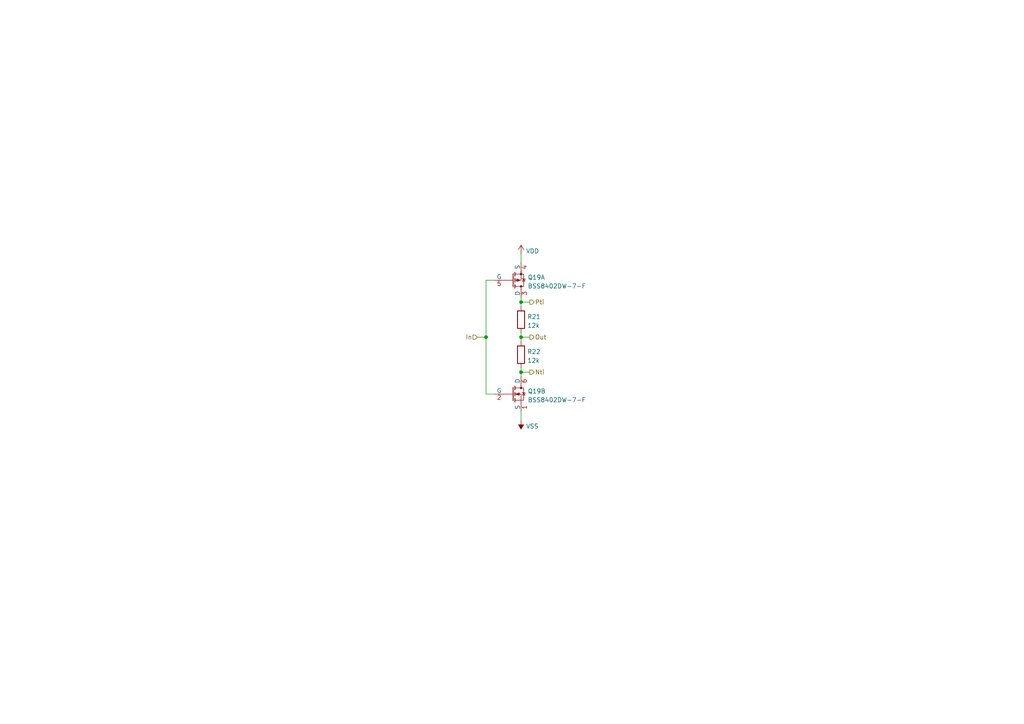
<source format=kicad_sch>
(kicad_sch (version 20250114) (generator "eeschema") (generator_version "9.0")
  (paper "A4")
  (title_block (title "Balanced Ternary Inverter Gate") (date "2022-08-04") (rev "0"))
  (lib_symbols
    (symbol "Device:R" (pin_numbers (hide yes)) (pin_names (offset 0))
      (property "Reference" "R" (at 2.032 0 90))
      (property "Value" "R" (at 0 0 90))
      (symbol "R_0_1"
        (rectangle (start -1.016 -2.54) (end 1.016 2.54) (stroke (width 0.254)))
      )
      (symbol "R_1_1"
        (pin passive line (at 0 3.81 270) (length 1.27) (name "~") (number "1"))
        (pin passive line (at 0 -3.81 90) (length 1.27) (name "~") (number "2"))
      )
    )
    (symbol "Tritium:BSS8402DW-7-F" (pin_names (offset 0))
      (property "Reference" "Q" (at 2.54 1.27 0))
      (property "Value" "BSS8402DW-7-F" (at 2.54 -1.27 0))
      (symbol "BSS8402DW-7-F_0_1"
        (polyline (pts (xy -2.286 0) (xy -5.08 0)))
        (polyline (pts (xy -2.286 -1.905) (xy -2.286 1.905)) (stroke (width 0.254)))
        (polyline (pts (xy -1.778 1.27) (xy -1.778 2.286)) (stroke (width 0.254)))
        (polyline (pts (xy -1.778 -0.508) (xy -1.778 0.508)) (stroke (width 0.254)))
        (polyline (pts (xy -1.778 -1.778) (xy 0.762 -1.778) (xy 0.762 1.778) (xy -1.778 1.778)))
        (polyline (pts (xy -1.778 -2.286) (xy -1.778 -1.27)) (stroke (width 0.254)))
        (polyline (pts (xy 0 2.54) (xy 0 1.778)))
        (circle (center 0 1.778) (radius 0.254) (fill (type outline)))
        (polyline (pts (xy 0.254 0.508) (xy 0.381 0.381) (xy 1.143 0.381) (xy 1.27 0.254)))
        (polyline (pts (xy 0.762 0.381) (xy 0.381 -0.254) (xy 1.143 -0.254) (xy 0.762 0.381)))
      )
      (symbol "BSS8402DW-7-F_1_1"
        (polyline (pts (xy -0.254 0) (xy -1.27 -0.381) (xy -1.27 0.381) (xy -0.254 0)) (fill (type outline)))
        (polyline (pts (xy 0 2.54) (xy 0 0) (xy -1.778 0)))
        (circle (center 0 -1.778) (radius 0.254) (fill (type outline)))
        (polyline (pts (xy 0 -2.54) (xy 0 -1.778)))
        (pin input line (at -7.62 0 0) (length 2.54) (name "G") (number "5"))
        (pin passive line (at 0 5.08 270) (length 2.54) (name "S") (number "4"))
        (pin passive line (at 0 -5.08 90) (length 2.54) (name "D") (number "3"))
      )
      (symbol "BSS8402DW-7-F_2_1"
        (polyline (pts (xy -1.524 0) (xy -0.508 0.381) (xy -0.508 -0.381) (xy -1.524 0)) (fill (type outline)))
        (polyline (pts (xy 0 -2.54) (xy 0 0) (xy -1.778 0)))
        (pin input line (at -7.62 0 0) (length 2.54) (name "G") (number "2"))
        (pin passive line (at 0 5.08 270) (length 2.54) (name "D") (number "6"))
        (pin passive line (at 0 -5.08 90) (length 2.54) (name "S") (number "1"))
      )
    )
    (symbol "power:VDD" (power) (pin_names (offset 0))
      (property "Value" "VDD" (at 0 3.81 0))
      (symbol "VDD_0_1"
        (polyline (pts (xy -0.762 1.27) (xy 0 2.54)))
        (polyline (pts (xy 0 2.54) (xy 0.762 1.27)))
        (polyline (pts (xy 0 0) (xy 0 2.54)))
      )
      (symbol "VDD_1_1"
        (pin power_in line (at 0 0 90) (length 0) (hide yes) (name "VDD") (number "1"))
      )
    )
    (symbol "power:VSS" (power) (pin_names (offset 0))
      (property "Value" "VSS" (at 0 3.81 0))
      (symbol "VSS_0_1"
        (polyline (pts (xy 0 0) (xy 0 2.54)))
        (polyline (pts (xy 0.762 1.27) (xy -0.762 1.27) (xy 0 2.54) (xy 0.762 1.27)) (fill (type outline)))
      )
      (symbol "VSS_1_1"
        (pin power_in line (at 0 0 90) (length 0) (hide yes) (name "VSS") (number "1"))
      )
    )
  )
  (junction (at 151.13 97.79))
  (junction (at 151.13 107.95))
  (junction (at 151.13 87.63))
  (junction (at 140.97 97.79))
  (wire (pts (xy 151.13 97.79) (xy 153.67 97.79)))
  (wire (pts (xy 140.97 81.28) (xy 140.97 97.79)))
  (wire (pts (xy 151.13 87.63) (xy 153.67 87.63)))
  (wire (pts (xy 140.97 97.79) (xy 140.97 114.3)))
  (wire (pts (xy 138.43 97.79) (xy 140.97 97.79)))
  (wire (pts (xy 151.13 107.95) (xy 151.13 109.22)))
  (wire (pts (xy 151.13 73.66) (xy 151.13 76.2)))
  (wire (pts (xy 151.13 96.52) (xy 151.13 97.79)))
  (wire (pts (xy 151.13 107.95) (xy 153.67 107.95)))
  (wire (pts (xy 151.13 97.79) (xy 151.13 99.06)))
  (wire (pts (xy 143.51 81.28) (xy 140.97 81.28)))
  (wire (pts (xy 151.13 119.38) (xy 151.13 121.92)))
  (wire (pts (xy 151.13 87.63) (xy 151.13 88.9)))
  (wire (pts (xy 140.97 114.3) (xy 143.51 114.3)))
  (wire (pts (xy 151.13 86.36) (xy 151.13 87.63)))
  (wire (pts (xy 151.13 106.68) (xy 151.13 107.95)))
  (hierarchical_label "Pti" (shape output) (at 153.67 87.63 0))
  (hierarchical_label "Nti" (shape output) (at 153.67 107.95 0))
  (hierarchical_label "Out" (shape output) (at 153.67 97.79 0))
  (hierarchical_label "In" (shape input) (at 138.43 97.79 180))
  (symbol (lib_id "power:VDD") (at 151.13 73.66 0) (unit 1)
    (property "Reference" "#PWR021" (effects (hide yes)))
    (property "Value" "VDD" (at 152.527 72.8238 0) (effects (justify left)))
    (instances (project "" (path "" (reference "#PWR021") (unit 1)) (path "" (reference "#PWR09") (unit 1)) (path "" (reference "#PWR01") (unit 1))))
  )
  (symbol (lib_id "Device:R") (at 151.13 92.71 0) (unit 1)
    (property "Reference" "R21" (at 152.908 91.8753 0) (effects (justify left)))
    (property "Value" "12k" (at 152.908 94.4122 0) (effects (justify left)))
    (property "Footprint" "Resistor_SMD:R_0603_1608Metric_Pad0.98x0.95mm_HandSolder" (effects (hide yes)))
    (instances (project "" (path "" (reference "R21") (unit 1)) (path "" (reference "R9") (unit 1)) (path "" (reference "R1") (unit 1))))
  )
  (symbol (lib_id "Tritium:BSS8402DW-7-F") (at 151.13 114.3 0) (unit 2)
    (property "Reference" "Q19" (at 153.035 113.4653 0) (effects (justify left)))
    (property "Value" "BSS8402DW-7-F" (at 153.035 116.0022 0) (effects (justify left)))
    (property "Footprint" "Package_TO_SOT_SMD:SOT-363_SC-70-6_Handsoldering" (effects (hide yes)))
    (property "Datasheet" "https://www.diodes.com/assets/Datasheets/ds30380.pdf" (effects (hide yes)))
    (property "Sim.Device" "SPICE" (effects (hide yes)))
    (property "Sim.Params" "type=\"X\" model=\"BSS8402DW\" lib=\"/lab/dev/tritium/library/TritiumSpice.lib\"" (effects (hide yes)))
    (property "Sim.Pins" "1=1 2=2 6=3" (effects (hide yes)))
    (instances (project "" (path "" (reference "Q19") (unit 2)) (path "" (reference "Q8") (unit 2)) (path "" (reference "Q1") (unit 2))))
  )
  (symbol (lib_id "Device:R") (at 151.13 102.87 0) (unit 1)
    (property "Reference" "R22" (at 152.908 102.0353 0) (effects (justify left)))
    (property "Value" "12k" (at 152.908 104.5722 0) (effects (justify left)))
    (property "Footprint" "Resistor_SMD:R_0603_1608Metric_Pad0.98x0.95mm_HandSolder" (effects (hide yes)))
    (instances (project "" (path "" (reference "R22") (unit 1)) (path "" (reference "R10") (unit 1)) (path "" (reference "R2") (unit 1))))
  )
  (symbol (lib_id "power:VSS") (at 151.13 121.92 180) (unit 1)
    (property "Reference" "#PWR022" (effects (hide yes)))
    (property "Value" "VSS" (at 152.527 123.6238 0) (effects (justify right)))
    (instances (project "" (path "" (reference "#PWR022") (unit 1)) (path "" (reference "#PWR010") (unit 1)) (path "" (reference "#PWR02") (unit 1))))
  )
  (symbol (lib_id "Tritium:BSS8402DW-7-F") (at 151.13 81.28 0) (unit 1)
    (property "Reference" "Q19" (at 153.035 80.4453 0) (effects (justify left)))
    (property "Value" "BSS8402DW-7-F" (at 153.035 82.9822 0) (effects (justify left)))
    (property "Footprint" "Package_TO_SOT_SMD:SOT-363_SC-70-6_Handsoldering" (effects (hide yes)))
    (property "Datasheet" "https://www.diodes.com/assets/Datasheets/ds30380.pdf" (effects (hide yes)))
    (property "Sim.Device" "SPICE" (effects (hide yes)))
    (property "Sim.Params" "type=\"X\" model=\"BSS8402DW\" lib=\"/lab/dev/tritium/library/TritiumSpice.lib\"" (effects (hide yes)))
    (property "Sim.Pins" "3=1 4=2 5=3" (effects (hide yes)))
    (instances (project "" (path "" (reference "Q19") (unit 1)) (path "" (reference "Q8") (unit 1)) (path "" (reference "Q1") (unit 1))))
  )
)
</source>
